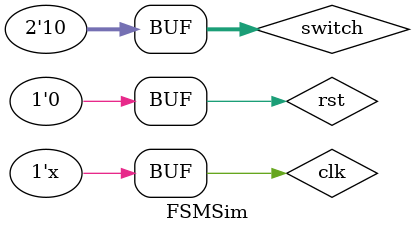
<source format=v>
`timescale 1ns / 1ps

module FSMSim();
    
    reg clk;
    reg rst;
    reg [1:0] switch;
    wire [3:0] led;
    
    
    
    mainfsm U1 (.clk(clk), .rst(rst), .switch(switch), .led(led));
    
    always
        #5 clk = ~clk;
        
   initial
        begin
            clk = 0;
            rst = 1;
            switch = 0;
            #100
            rst = 0;
            #200
            switch = 2;
         end
    
endmodule

</source>
